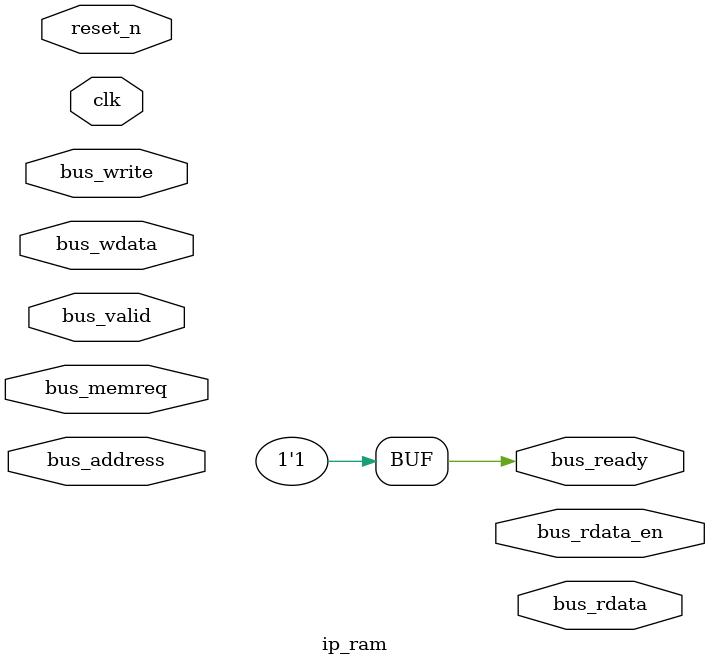
<source format=v>

module ip_ram (
	input			reset_n		,
	input			clk			,
	input	[15:0]	bus_address	,
	input			bus_memreq	,
	input			bus_valid	,
	output			bus_ready	,
	input			bus_write	,
	input	[7:0]	bus_wdata	,
	output	[7:0]	bus_rdata	,
	output			bus_rdata_en
);
	reg		[7:0]	ff_ram [0:8191];
	reg		[7:0]	ff_rdata;
	reg				ff_rdata_en;

	assign	bus_ready	= 1'b1;

	always @( posedge clk ) begin
		if( !reset_n ) begin
			ff_rdata	<= 8'd0;
			ff_rdata_en	<= 1'b0;
		end
		else if( bus_address[15:13] == 3'b001 && bus_memreq && bus_valid && !bus_write ) begin
			ff_rdata	<= ff_ram[ bus_address[12:0] ];
			ff_rdata_en	<= 1'b1;
		end
		else begin
			ff_rdata	<= 8'd0;
			ff_rdata_en	<= 1'b0;
		end
	end

	always @( posedge clk ) begin
		if( bus_address[15:13] == 3'b001 && bus_memreq && bus_valid && bus_write ) begin
			ff_ram[ bus_address[12:0] ] <= wdata;
		end
	end

	assign rdata	= ff_rdata_en ? ff_rdata: 8'd0;
	assign rdata_en	= ff_rdata_en;
endmodule

</source>
